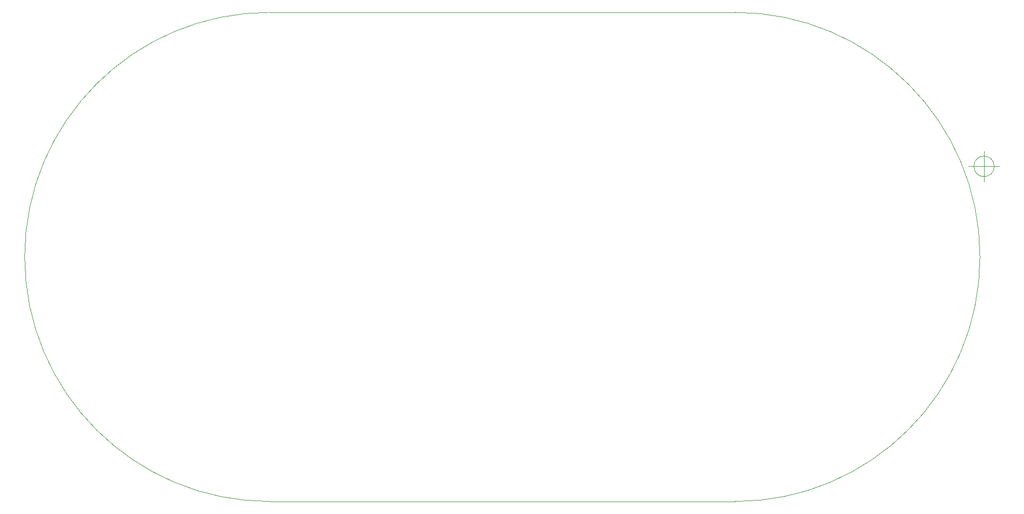
<source format=gm1>
G04 #@! TF.FileFunction,Profile,NP*
%FSLAX46Y46*%
G04 Gerber Fmt 4.6, Leading zero omitted, Abs format (unit mm)*
G04 Created by KiCad (PCBNEW 4.0.6) date 2017 August 07, Monday 18:16:46*
%MOMM*%
%LPD*%
G01*
G04 APERTURE LIST*
%ADD10C,0.100000*%
G04 APERTURE END LIST*
D10*
X137000000Y-140000000D02*
X213000000Y-140000000D01*
X137000000Y-60000000D02*
X213000000Y-60000000D01*
X137000000Y-140000000D02*
G75*
G02X137000000Y-60000000I0J40000000D01*
G01*
X213000000Y-140000000D02*
G75*
G03X213000000Y-60000000I0J40000000D01*
G01*
X255326306Y-85191600D02*
G75*
G03X255326306Y-85191600I-1666666J0D01*
G01*
X251159640Y-85191600D02*
X256159640Y-85191600D01*
X253659640Y-82691600D02*
X253659640Y-87691600D01*
M02*

</source>
